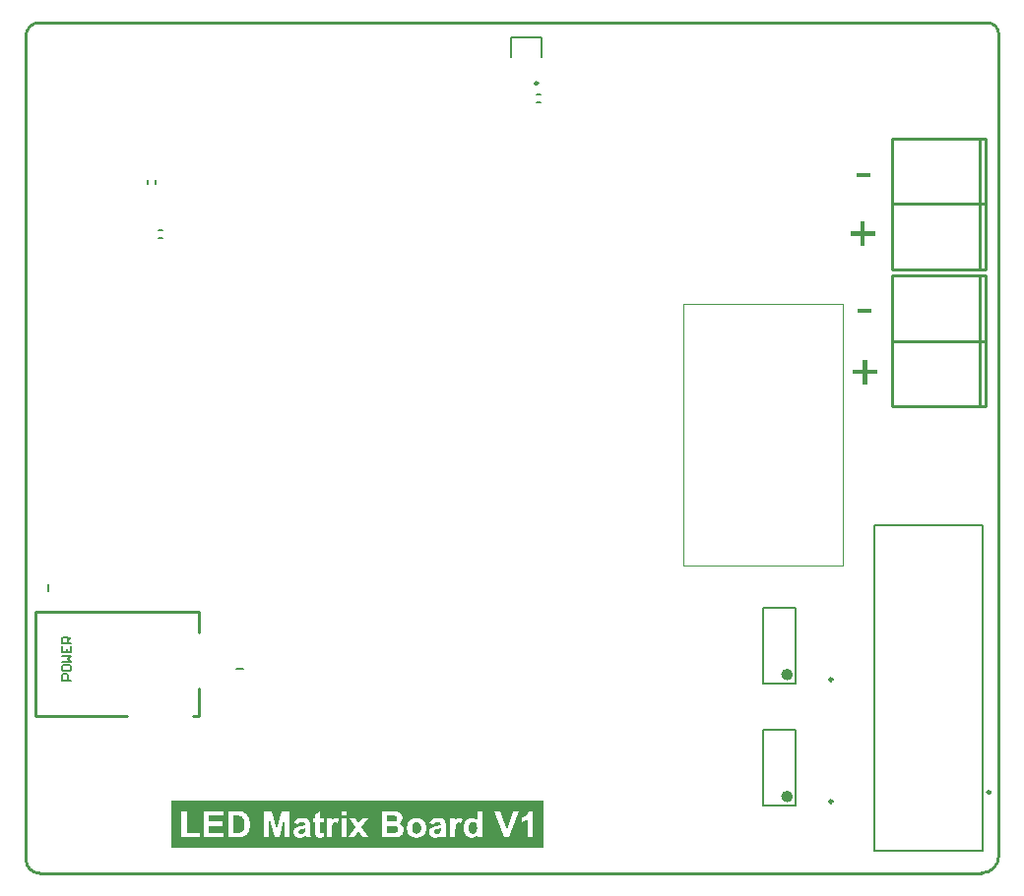
<source format=gto>
G04*
G04 #@! TF.GenerationSoftware,Altium Limited,Altium Designer,25.8.1 (18)*
G04*
G04 Layer_Color=65535*
%FSLAX24Y24*%
%MOIN*%
G70*
G04*
G04 #@! TF.SameCoordinates,E7C4B6EF-679D-40F3-B346-0123BADFF20E*
G04*
G04*
G04 #@! TF.FilePolarity,Positive*
G04*
G01*
G75*
%ADD10C,0.0197*%
%ADD11C,0.0098*%
%ADD12C,0.0079*%
%ADD13C,0.0100*%
%ADD14C,0.0059*%
%ADD15C,0.0071*%
%ADD16R,0.0069X0.0285*%
%ADD17C,0.0039*%
G36*
X15945Y-717D02*
X3346D01*
Y875D01*
X15945D01*
Y-717D01*
D02*
G37*
G36*
X27011Y22008D02*
X26535D01*
Y22164D01*
X27011D01*
Y22008D01*
D02*
G37*
G36*
X27050Y17402D02*
X26575D01*
Y17557D01*
X27050D01*
Y17402D01*
D02*
G37*
G36*
X26827Y20175D02*
X27170D01*
Y20031D01*
X26827D01*
Y19685D01*
X26681D01*
Y20031D01*
X26339D01*
Y20175D01*
X26681D01*
Y20518D01*
X26827D01*
Y20175D01*
D02*
G37*
G36*
X26906Y15490D02*
X27249D01*
Y15346D01*
X26906D01*
Y15000D01*
X26760D01*
Y15346D01*
X26417D01*
Y15490D01*
X26760D01*
Y15833D01*
X26906D01*
Y15490D01*
D02*
G37*
%LPC*%
G36*
X9271Y525D02*
X9103D01*
Y369D01*
X9271D01*
Y525D01*
D02*
G37*
G36*
X13868D02*
X13699D01*
Y207D01*
X13684Y223D01*
X13668Y237D01*
X13652Y249D01*
X13637Y259D01*
X13621Y268D01*
X13605Y275D01*
X13590Y281D01*
X13576Y285D01*
X13564Y289D01*
X13551Y292D01*
X13541Y295D01*
X13532Y296D01*
X13524Y297D01*
X13513D01*
X13491Y296D01*
X13471Y293D01*
X13452Y289D01*
X13434Y283D01*
X13417Y277D01*
X13401Y270D01*
X13386Y262D01*
X13372Y254D01*
X13361Y246D01*
X13350Y238D01*
X13341Y231D01*
X13333Y226D01*
X13327Y220D01*
X13323Y215D01*
X13320Y213D01*
X13319Y212D01*
X13305Y195D01*
X13294Y177D01*
X13284Y158D01*
X13276Y137D01*
X13268Y117D01*
X13262Y96D01*
X13253Y56D01*
X13250Y37D01*
X13248Y20D01*
X13246Y4D01*
X13245Y-10D01*
X13243Y-20D01*
Y-36D01*
X13245Y-65D01*
X13247Y-92D01*
X13250Y-119D01*
X13256Y-142D01*
X13262Y-165D01*
X13269Y-184D01*
X13276Y-204D01*
X13283Y-220D01*
X13289Y-235D01*
X13297Y-247D01*
X13303Y-259D01*
X13309Y-268D01*
X13315Y-275D01*
X13318Y-279D01*
X13320Y-283D01*
X13322Y-284D01*
X13336Y-300D01*
X13353Y-313D01*
X13367Y-325D01*
X13384Y-335D01*
X13400Y-344D01*
X13416Y-351D01*
X13431Y-356D01*
X13446Y-361D01*
X13458Y-366D01*
X13471Y-368D01*
X13482Y-370D01*
X13491Y-371D01*
X13499D01*
X13505Y-372D01*
X13510D01*
X13530Y-371D01*
X13550Y-368D01*
X13568Y-364D01*
X13584Y-359D01*
X13598Y-354D01*
X13609Y-351D01*
X13615Y-347D01*
X13618Y-346D01*
X13637Y-335D01*
X13654Y-322D01*
X13671Y-308D01*
X13684Y-294D01*
X13696Y-283D01*
X13704Y-274D01*
X13708Y-267D01*
X13711Y-266D01*
Y-358D01*
X13868D01*
Y525D01*
D02*
G37*
G36*
X13107Y297D02*
X13097D01*
X13082Y296D01*
X13068Y293D01*
X13056Y290D01*
X13045Y287D01*
X13037Y282D01*
X13030Y278D01*
X13025Y276D01*
X13024Y275D01*
X13012Y266D01*
X12999Y253D01*
X12988Y239D01*
X12976Y225D01*
X12967Y212D01*
X12959Y200D01*
X12955Y196D01*
X12954Y192D01*
X12952Y191D01*
Y282D01*
X12795D01*
Y-358D01*
X12963D01*
Y-160D01*
Y-130D01*
X12965Y-104D01*
Y-80D01*
X12966Y-58D01*
X12967Y-38D01*
X12968Y-21D01*
X12969Y-5D01*
X12970Y8D01*
X12971Y19D01*
X12973Y29D01*
X12974Y36D01*
X12975Y43D01*
X12976Y48D01*
X12977Y51D01*
Y53D01*
X12983Y72D01*
X12989Y87D01*
X12996Y98D01*
X13001Y109D01*
X13007Y115D01*
X13012Y121D01*
X13014Y124D01*
X13015Y125D01*
X13025Y132D01*
X13036Y136D01*
X13046Y141D01*
X13055Y143D01*
X13064Y144D01*
X13071Y145D01*
X13077D01*
X13091Y144D01*
X13105Y141D01*
X13118Y136D01*
X13131Y132D01*
X13141Y126D01*
X13149Y121D01*
X13154Y118D01*
X13156Y117D01*
X13209Y265D01*
X13188Y275D01*
X13169Y283D01*
X13149Y289D01*
X13132Y293D01*
X13118Y296D01*
X13107Y297D01*
D02*
G37*
G36*
X8928D02*
X8918D01*
X8903Y296D01*
X8889Y293D01*
X8878Y290D01*
X8866Y287D01*
X8858Y282D01*
X8851Y278D01*
X8847Y276D01*
X8846Y275D01*
X8833Y266D01*
X8820Y253D01*
X8809Y239D01*
X8797Y225D01*
X8788Y212D01*
X8780Y200D01*
X8777Y196D01*
X8775Y192D01*
X8773Y191D01*
Y282D01*
X8616D01*
Y-358D01*
X8785D01*
Y-160D01*
Y-130D01*
X8786Y-104D01*
Y-80D01*
X8787Y-58D01*
X8788Y-38D01*
X8789Y-21D01*
X8790Y-5D01*
X8792Y8D01*
X8793Y19D01*
X8794Y29D01*
X8795Y36D01*
X8796Y43D01*
X8797Y48D01*
X8798Y51D01*
Y53D01*
X8804Y72D01*
X8810Y87D01*
X8817Y98D01*
X8823Y109D01*
X8828Y115D01*
X8833Y121D01*
X8835Y124D01*
X8836Y125D01*
X8847Y132D01*
X8857Y136D01*
X8867Y141D01*
X8877Y143D01*
X8886Y144D01*
X8893Y145D01*
X8898D01*
X8912Y144D01*
X8926Y141D01*
X8940Y136D01*
X8952Y132D01*
X8963Y126D01*
X8971Y121D01*
X8975Y118D01*
X8978Y117D01*
X9030Y265D01*
X9010Y275D01*
X8990Y283D01*
X8971Y289D01*
X8953Y293D01*
X8940Y296D01*
X8928Y297D01*
D02*
G37*
G36*
X10010Y282D02*
X9812D01*
X9692Y105D01*
X9578Y282D01*
X9372D01*
X9593Y-29D01*
X9363Y-358D01*
X9561D01*
X9692Y-160D01*
X9821Y-358D01*
X10029D01*
X9793Y-21D01*
X10010Y282D01*
D02*
G37*
G36*
X7350Y525D02*
X7082D01*
X6924Y-77D01*
X6764Y525D01*
X6498D01*
Y-358D01*
X6663D01*
Y337D01*
X6838Y-358D01*
X7009D01*
X7183Y337D01*
X7184Y-358D01*
X7350D01*
Y525D01*
D02*
G37*
G36*
X15110D02*
X14921D01*
X14704Y-128D01*
X14481Y525D01*
X14288D01*
X14603Y-358D01*
X14793D01*
X15110Y525D01*
D02*
G37*
G36*
X15595Y530D02*
X15457D01*
X15451Y515D01*
X15444Y500D01*
X15428Y474D01*
X15411Y450D01*
X15393Y428D01*
X15376Y412D01*
X15370Y404D01*
X15363Y398D01*
X15357Y393D01*
X15354Y390D01*
X15351Y389D01*
X15350Y388D01*
X15321Y367D01*
X15295Y350D01*
X15271Y335D01*
X15250Y324D01*
X15233Y316D01*
X15225Y313D01*
X15219Y311D01*
X15215Y308D01*
X15211Y307D01*
X15209Y306D01*
X15208D01*
Y152D01*
X15252Y169D01*
X15295Y190D01*
X15313Y200D01*
X15332Y211D01*
X15349Y221D01*
X15364Y231D01*
X15378Y242D01*
X15390Y250D01*
X15401Y259D01*
X15410Y266D01*
X15417Y272D01*
X15421Y276D01*
X15425Y278D01*
X15426Y280D01*
Y-358D01*
X15595D01*
Y530D01*
D02*
G37*
G36*
X12384Y297D02*
X12342D01*
X12322Y295D01*
X12301Y292D01*
X12283Y290D01*
X12267Y287D01*
X12250Y282D01*
X12237Y278D01*
X12224Y274D01*
X12214Y269D01*
X12203Y266D01*
X12195Y261D01*
X12188Y258D01*
X12184Y256D01*
X12180Y253D01*
X12178Y251D01*
X12177D01*
X12155Y233D01*
X12137Y211D01*
X12121Y188D01*
X12109Y165D01*
X12100Y145D01*
X12097Y136D01*
X12093Y128D01*
X12091Y122D01*
X12090Y118D01*
X12089Y114D01*
Y113D01*
X12241Y86D01*
X12247Y102D01*
X12254Y114D01*
X12261Y126D01*
X12267Y134D01*
X12272Y141D01*
X12277Y145D01*
X12280Y148D01*
X12281Y149D01*
X12292Y155D01*
X12303Y159D01*
X12315Y163D01*
X12326Y165D01*
X12337Y166D01*
X12345Y167D01*
X12353D01*
X12376Y166D01*
X12395Y164D01*
X12411Y160D01*
X12423Y157D01*
X12432Y152D01*
X12439Y149D01*
X12442Y146D01*
X12443Y145D01*
X12451Y136D01*
X12458Y126D01*
X12463Y114D01*
X12465Y102D01*
X12467Y91D01*
X12469Y82D01*
Y76D01*
Y75D01*
Y74D01*
Y58D01*
X12459Y55D01*
X12448Y51D01*
X12436Y47D01*
X12424Y43D01*
X12396Y36D01*
X12369Y29D01*
X12343Y24D01*
X12332Y21D01*
X12323Y19D01*
X12315Y18D01*
X12309Y17D01*
X12304Y16D01*
X12303D01*
X12272Y10D01*
X12246Y3D01*
X12223Y-4D01*
X12203Y-10D01*
X12188Y-15D01*
X12178Y-20D01*
X12171Y-22D01*
X12169Y-23D01*
X12153Y-33D01*
X12138Y-43D01*
X12126Y-53D01*
X12116Y-64D01*
X12107Y-73D01*
X12101Y-81D01*
X12098Y-85D01*
X12097Y-88D01*
X12089Y-104D01*
X12082Y-121D01*
X12077Y-137D01*
X12075Y-152D01*
X12073Y-165D01*
X12071Y-175D01*
Y-184D01*
X12073Y-199D01*
X12074Y-213D01*
X12081Y-239D01*
X12090Y-263D01*
X12100Y-283D01*
X12110Y-298D01*
X12118Y-310D01*
X12123Y-314D01*
X12125Y-317D01*
X12126Y-318D01*
X12128Y-320D01*
X12139Y-329D01*
X12151Y-337D01*
X12176Y-351D01*
X12202Y-360D01*
X12228Y-366D01*
X12249Y-370D01*
X12260Y-371D01*
X12268D01*
X12275Y-372D01*
X12284D01*
X12304Y-371D01*
X12324Y-369D01*
X12341Y-366D01*
X12357Y-362D01*
X12370Y-359D01*
X12380Y-355D01*
X12386Y-353D01*
X12388Y-352D01*
X12407Y-343D01*
X12424Y-333D01*
X12440Y-323D01*
X12454Y-313D01*
X12465Y-304D01*
X12473Y-296D01*
X12479Y-291D01*
X12481Y-289D01*
X12484Y-293D01*
X12485Y-300D01*
X12487Y-306D01*
Y-307D01*
Y-308D01*
X12490Y-320D01*
X12494Y-330D01*
X12497Y-338D01*
X12500Y-345D01*
X12502Y-351D01*
X12503Y-354D01*
X12504Y-356D01*
Y-358D01*
X12672D01*
X12664Y-341D01*
X12657Y-325D01*
X12652Y-310D01*
X12648Y-298D01*
X12644Y-287D01*
X12642Y-279D01*
X12641Y-275D01*
Y-273D01*
X12639Y-255D01*
X12636Y-236D01*
X12635Y-215D01*
X12634Y-194D01*
X12633Y-176D01*
Y-168D01*
Y-161D01*
Y-155D01*
Y-151D01*
Y-149D01*
Y-147D01*
X12635Y50D01*
Y70D01*
X12634Y88D01*
X12633Y105D01*
X12632Y120D01*
X12629Y134D01*
X12628Y146D01*
X12626Y158D01*
X12624Y167D01*
X12621Y175D01*
X12619Y183D01*
X12618Y189D01*
X12616Y194D01*
X12613Y199D01*
X12612Y202D01*
X12602Y216D01*
X12590Y229D01*
X12578Y242D01*
X12565Y251D01*
X12552Y259D01*
X12543Y265D01*
X12536Y268D01*
X12535Y269D01*
X12534D01*
X12523Y274D01*
X12511Y278D01*
X12485Y285D01*
X12456Y290D01*
X12430Y293D01*
X12416Y295D01*
X12404Y296D01*
X12393D01*
X12384Y297D01*
D02*
G37*
G36*
X10863Y525D02*
X10475D01*
Y-358D01*
X10805D01*
X10833Y-356D01*
X10880D01*
X10899Y-355D01*
X10933D01*
X10945Y-354D01*
X10957D01*
X10966Y-353D01*
X10980D01*
X10984Y-352D01*
X10989D01*
X11014Y-347D01*
X11037Y-341D01*
X11058Y-336D01*
X11075Y-328D01*
X11089Y-322D01*
X11100Y-316D01*
X11106Y-312D01*
X11108Y-310D01*
X11125Y-297D01*
X11142Y-282D01*
X11154Y-267D01*
X11166Y-252D01*
X11174Y-239D01*
X11181Y-229D01*
X11184Y-222D01*
X11185Y-221D01*
Y-220D01*
X11194Y-198D01*
X11201Y-177D01*
X11207Y-158D01*
X11210Y-139D01*
X11213Y-124D01*
X11214Y-113D01*
Y-103D01*
X11212Y-75D01*
X11207Y-50D01*
X11200Y-27D01*
X11192Y-7D01*
X11184Y9D01*
X11177Y20D01*
X11175Y25D01*
X11173Y28D01*
X11170Y29D01*
Y31D01*
X11152Y50D01*
X11132Y67D01*
X11112Y81D01*
X11092Y91D01*
X11074Y101D01*
X11066Y104D01*
X11060Y106D01*
X11054Y109D01*
X11050Y110D01*
X11047Y111D01*
X11046D01*
X11067Y122D01*
X11084Y134D01*
X11100Y148D01*
X11113Y160D01*
X11123Y172D01*
X11131Y181D01*
X11136Y187D01*
X11137Y189D01*
X11148Y208D01*
X11156Y228D01*
X11162Y247D01*
X11166Y265D01*
X11169Y281D01*
X11170Y292D01*
Y297D01*
Y300D01*
Y301D01*
Y303D01*
X11169Y323D01*
X11166Y343D01*
X11161Y360D01*
X11156Y376D01*
X11152Y389D01*
X11147Y398D01*
X11144Y404D01*
X11143Y406D01*
X11132Y422D01*
X11121Y437D01*
X11109Y450D01*
X11099Y460D01*
X11089Y468D01*
X11082Y475D01*
X11077Y478D01*
X11075Y479D01*
X11060Y489D01*
X11044Y497D01*
X11028Y503D01*
X11014Y508D01*
X11001Y512D01*
X10992Y514D01*
X10985Y516D01*
X10983D01*
X10973Y517D01*
X10961Y520D01*
X10937Y522D01*
X10911Y523D01*
X10886Y524D01*
X10863Y525D01*
D02*
G37*
G36*
X9271Y282D02*
X9103D01*
Y-358D01*
X9271D01*
Y282D01*
D02*
G37*
G36*
X7794Y297D02*
X7753D01*
X7732Y295D01*
X7711Y292D01*
X7693Y290D01*
X7677Y287D01*
X7661Y282D01*
X7647Y278D01*
X7634Y274D01*
X7624Y269D01*
X7614Y266D01*
X7606Y261D01*
X7599Y258D01*
X7594Y256D01*
X7591Y253D01*
X7588Y251D01*
X7587D01*
X7565Y233D01*
X7547Y211D01*
X7531Y188D01*
X7520Y165D01*
X7510Y145D01*
X7507Y136D01*
X7503Y128D01*
X7501Y122D01*
X7500Y118D01*
X7499Y114D01*
Y113D01*
X7652Y86D01*
X7657Y102D01*
X7664Y114D01*
X7671Y126D01*
X7677Y134D01*
X7683Y141D01*
X7687Y145D01*
X7691Y148D01*
X7692Y149D01*
X7702Y155D01*
X7714Y159D01*
X7725Y163D01*
X7737Y165D01*
X7747Y166D01*
X7755Y167D01*
X7763D01*
X7786Y166D01*
X7805Y164D01*
X7821Y160D01*
X7833Y157D01*
X7842Y152D01*
X7849Y149D01*
X7852Y146D01*
X7854Y145D01*
X7862Y136D01*
X7869Y126D01*
X7873Y114D01*
X7875Y102D01*
X7878Y91D01*
X7879Y82D01*
Y76D01*
Y75D01*
Y74D01*
Y58D01*
X7870Y55D01*
X7858Y51D01*
X7847Y47D01*
X7834Y43D01*
X7807Y36D01*
X7779Y29D01*
X7754Y24D01*
X7742Y21D01*
X7733Y19D01*
X7725Y18D01*
X7719Y17D01*
X7715Y16D01*
X7714D01*
X7683Y10D01*
X7656Y3D01*
X7633Y-4D01*
X7614Y-10D01*
X7599Y-15D01*
X7588Y-20D01*
X7582Y-22D01*
X7579Y-23D01*
X7563Y-33D01*
X7548Y-43D01*
X7537Y-53D01*
X7526Y-64D01*
X7517Y-73D01*
X7512Y-81D01*
X7508Y-85D01*
X7507Y-88D01*
X7499Y-104D01*
X7492Y-121D01*
X7487Y-137D01*
X7485Y-152D01*
X7483Y-165D01*
X7482Y-175D01*
Y-184D01*
X7483Y-199D01*
X7484Y-213D01*
X7491Y-239D01*
X7500Y-263D01*
X7510Y-283D01*
X7521Y-298D01*
X7529Y-310D01*
X7533Y-314D01*
X7536Y-317D01*
X7537Y-318D01*
X7538Y-320D01*
X7549Y-329D01*
X7561Y-337D01*
X7586Y-351D01*
X7613Y-360D01*
X7638Y-366D01*
X7660Y-370D01*
X7670Y-371D01*
X7678D01*
X7685Y-372D01*
X7694D01*
X7715Y-371D01*
X7734Y-369D01*
X7751Y-366D01*
X7768Y-362D01*
X7780Y-359D01*
X7790Y-355D01*
X7796Y-353D01*
X7799Y-352D01*
X7817Y-343D01*
X7834Y-333D01*
X7850Y-323D01*
X7864Y-313D01*
X7875Y-304D01*
X7883Y-296D01*
X7889Y-291D01*
X7892Y-289D01*
X7894Y-293D01*
X7895Y-300D01*
X7897Y-306D01*
Y-307D01*
Y-308D01*
X7901Y-320D01*
X7904Y-330D01*
X7908Y-338D01*
X7910Y-345D01*
X7912Y-351D01*
X7913Y-354D01*
X7914Y-356D01*
Y-358D01*
X8082D01*
X8074Y-341D01*
X8067Y-325D01*
X8063Y-310D01*
X8058Y-298D01*
X8055Y-287D01*
X8052Y-279D01*
X8051Y-275D01*
Y-273D01*
X8049Y-255D01*
X8047Y-236D01*
X8045Y-215D01*
X8044Y-194D01*
X8043Y-176D01*
Y-168D01*
Y-161D01*
Y-155D01*
Y-151D01*
Y-149D01*
Y-147D01*
X8045Y50D01*
Y70D01*
X8044Y88D01*
X8043Y105D01*
X8042Y120D01*
X8040Y134D01*
X8038Y146D01*
X8036Y158D01*
X8034Y167D01*
X8032Y175D01*
X8029Y183D01*
X8028Y189D01*
X8026Y194D01*
X8024Y199D01*
X8022Y202D01*
X8012Y216D01*
X8001Y229D01*
X7988Y242D01*
X7975Y251D01*
X7963Y259D01*
X7954Y265D01*
X7947Y268D01*
X7945Y269D01*
X7944D01*
X7933Y274D01*
X7921Y278D01*
X7895Y285D01*
X7866Y290D01*
X7840Y293D01*
X7826Y295D01*
X7815Y296D01*
X7803D01*
X7794Y297D01*
D02*
G37*
G36*
X5620Y525D02*
X5267D01*
Y-358D01*
X5602D01*
X5638Y-356D01*
X5669Y-354D01*
X5695Y-352D01*
X5707Y-349D01*
X5718Y-348D01*
X5728Y-346D01*
X5736Y-345D01*
X5744Y-344D01*
X5749Y-341D01*
X5754Y-340D01*
X5757D01*
X5759Y-339D01*
X5760D01*
X5788Y-329D01*
X5813Y-317D01*
X5834Y-306D01*
X5852Y-294D01*
X5866Y-284D01*
X5877Y-276D01*
X5883Y-271D01*
X5885Y-269D01*
X5907Y-245D01*
X5926Y-220D01*
X5942Y-193D01*
X5956Y-168D01*
X5966Y-146D01*
X5971Y-137D01*
X5974Y-129D01*
X5977Y-122D01*
X5979Y-118D01*
X5980Y-114D01*
Y-113D01*
X5989Y-82D01*
X5996Y-50D01*
X6001Y-19D01*
X6004Y11D01*
X6005Y25D01*
X6007Y36D01*
Y48D01*
X6008Y57D01*
Y75D01*
X6007Y120D01*
X6005Y141D01*
X6003Y160D01*
X6001Y179D01*
X5998Y196D01*
X5995Y212D01*
X5993Y226D01*
X5990Y238D01*
X5987Y250D01*
X5985Y260D01*
X5982Y268D01*
X5980Y275D01*
X5979Y280D01*
X5978Y282D01*
Y283D01*
X5966Y314D01*
X5953Y342D01*
X5939Y366D01*
X5925Y386D01*
X5914Y404D01*
X5908Y411D01*
X5903Y416D01*
X5900Y421D01*
X5896Y424D01*
X5895Y425D01*
X5894Y427D01*
X5872Y447D01*
X5850Y464D01*
X5827Y478D01*
X5807Y490D01*
X5788Y498D01*
X5780Y501D01*
X5773Y503D01*
X5769Y506D01*
X5764Y507D01*
X5762Y508D01*
X5761D01*
X5749Y512D01*
X5737Y514D01*
X5710Y518D01*
X5682Y521D01*
X5654Y523D01*
X5641Y524D01*
X5630D01*
X5620Y525D01*
D02*
G37*
G36*
X5100D02*
X4446D01*
Y-358D01*
X5117D01*
Y-208D01*
X4624D01*
Y32D01*
X5066D01*
Y181D01*
X4624D01*
Y376D01*
X5100D01*
Y525D01*
D02*
G37*
G36*
X3875Y518D02*
X3697D01*
Y-358D01*
X4318D01*
Y-208D01*
X3875D01*
Y518D01*
D02*
G37*
G36*
X11659Y297D02*
X11652D01*
X11618Y295D01*
X11587Y290D01*
X11558Y283D01*
X11533Y276D01*
X11522Y272D01*
X11512Y268D01*
X11503Y265D01*
X11496Y261D01*
X11491Y258D01*
X11486Y257D01*
X11484Y254D01*
X11482D01*
X11456Y237D01*
X11432Y218D01*
X11412Y198D01*
X11395Y179D01*
X11383Y161D01*
X11377Y153D01*
X11373Y146D01*
X11370Y142D01*
X11368Y137D01*
X11365Y135D01*
Y134D01*
X11352Y104D01*
X11341Y75D01*
X11334Y48D01*
X11330Y22D01*
X11327Y12D01*
X11326Y2D01*
X11325Y-7D01*
Y-14D01*
X11324Y-21D01*
Y-29D01*
X11326Y-69D01*
X11331Y-105D01*
X11333Y-121D01*
X11337Y-137D01*
X11341Y-151D01*
X11345Y-163D01*
X11348Y-176D01*
X11353Y-186D01*
X11356Y-194D01*
X11358Y-203D01*
X11362Y-208D01*
X11363Y-213D01*
X11365Y-215D01*
Y-216D01*
X11383Y-244D01*
X11402Y-267D01*
X11422Y-287D01*
X11441Y-304D01*
X11458Y-316D01*
X11466Y-322D01*
X11473Y-325D01*
X11478Y-329D01*
X11482Y-331D01*
X11485Y-333D01*
X11486D01*
X11516Y-346D01*
X11547Y-356D01*
X11574Y-363D01*
X11601Y-368D01*
X11612Y-369D01*
X11623Y-370D01*
X11632Y-371D01*
X11640D01*
X11645Y-372D01*
X11655D01*
X11681Y-371D01*
X11705Y-368D01*
X11729Y-363D01*
X11751Y-358D01*
X11772Y-351D01*
X11791Y-343D01*
X11809Y-333D01*
X11826Y-324D01*
X11839Y-316D01*
X11853Y-307D01*
X11864Y-299D01*
X11873Y-292D01*
X11881Y-286D01*
X11885Y-282D01*
X11889Y-278D01*
X11890Y-277D01*
X11906Y-259D01*
X11921Y-239D01*
X11934Y-220D01*
X11944Y-199D01*
X11953Y-178D01*
X11961Y-159D01*
X11967Y-139D01*
X11973Y-121D01*
X11976Y-104D01*
X11980Y-88D01*
X11982Y-73D01*
X11983Y-60D01*
Y-50D01*
X11984Y-43D01*
Y-36D01*
X11983Y-10D01*
X11981Y16D01*
X11976Y40D01*
X11969Y62D01*
X11962Y82D01*
X11954Y102D01*
X11946Y120D01*
X11938Y136D01*
X11929Y151D01*
X11921Y164D01*
X11913Y175D01*
X11906Y184D01*
X11900Y192D01*
X11896Y197D01*
X11892Y200D01*
X11891Y202D01*
X11873Y219D01*
X11854Y233D01*
X11835Y246D01*
X11814Y257D01*
X11795Y266D01*
X11775Y274D01*
X11756Y280D01*
X11737Y285D01*
X11719Y289D01*
X11703Y292D01*
X11689Y293D01*
X11676Y296D01*
X11666D01*
X11659Y297D01*
D02*
G37*
G36*
X8389Y509D02*
X8220Y409D01*
Y282D01*
X8142D01*
Y148D01*
X8220D01*
Y-132D01*
Y-149D01*
Y-163D01*
Y-177D01*
X8221Y-189D01*
Y-200D01*
Y-209D01*
X8222Y-225D01*
X8223Y-238D01*
Y-246D01*
X8224Y-251D01*
Y-252D01*
X8228Y-267D01*
X8231Y-279D01*
X8235Y-291D01*
X8239Y-300D01*
X8243Y-308D01*
X8246Y-314D01*
X8247Y-317D01*
X8249Y-318D01*
X8255Y-327D01*
X8265Y-335D01*
X8282Y-347D01*
X8290Y-352D01*
X8297Y-355D01*
X8301Y-356D01*
X8303Y-358D01*
X8316Y-362D01*
X8331Y-366D01*
X8345Y-369D01*
X8358Y-370D01*
X8368Y-371D01*
X8376Y-372D01*
X8384D01*
X8412Y-371D01*
X8437Y-369D01*
X8460Y-364D01*
X8479Y-360D01*
X8495Y-356D01*
X8508Y-352D01*
X8513Y-351D01*
X8516Y-349D01*
X8517Y-348D01*
X8518D01*
X8503Y-216D01*
X8487Y-222D01*
X8474Y-225D01*
X8462Y-229D01*
X8453Y-230D01*
X8445Y-231D01*
X8440Y-232D01*
X8436D01*
X8424Y-231D01*
X8414Y-228D01*
X8408Y-225D01*
X8407Y-224D01*
X8406D01*
X8399Y-217D01*
X8394Y-211D01*
X8392Y-206D01*
X8391Y-204D01*
Y-200D01*
X8390Y-196D01*
Y-183D01*
Y-168D01*
X8389Y-152D01*
Y-137D01*
Y-124D01*
Y-119D01*
Y-115D01*
Y-113D01*
Y-112D01*
Y148D01*
X8505D01*
Y282D01*
X8389D01*
Y509D01*
D02*
G37*
%LPD*%
G36*
X13580Y165D02*
X13601Y159D01*
X13618Y151D01*
X13633Y143D01*
X13644Y134D01*
X13653Y126D01*
X13658Y120D01*
X13660Y119D01*
Y118D01*
X13667Y109D01*
X13674Y97D01*
X13683Y73D01*
X13690Y47D01*
X13696Y20D01*
X13698Y-3D01*
X13699Y-13D01*
Y-22D01*
X13700Y-30D01*
Y-36D01*
Y-39D01*
Y-41D01*
Y-59D01*
X13698Y-76D01*
X13697Y-91D01*
X13694Y-106D01*
X13691Y-120D01*
X13688Y-131D01*
X13683Y-143D01*
X13680Y-153D01*
X13676Y-161D01*
X13672Y-169D01*
X13668Y-175D01*
X13666Y-181D01*
X13663Y-184D01*
X13661Y-188D01*
X13659Y-189D01*
Y-190D01*
X13651Y-199D01*
X13643Y-206D01*
X13626Y-219D01*
X13610Y-227D01*
X13594Y-234D01*
X13580Y-237D01*
X13570Y-238D01*
X13565Y-239D01*
X13559D01*
X13545Y-238D01*
X13533Y-237D01*
X13521Y-234D01*
X13510Y-229D01*
X13490Y-219D01*
X13474Y-206D01*
X13462Y-194D01*
X13452Y-184D01*
X13449Y-180D01*
X13447Y-176D01*
X13444Y-175D01*
Y-174D01*
X13440Y-165D01*
X13435Y-154D01*
X13428Y-131D01*
X13424Y-106D01*
X13420Y-82D01*
X13418Y-60D01*
Y-50D01*
X13417Y-42D01*
Y-35D01*
Y-29D01*
Y-26D01*
Y-25D01*
X13419Y9D01*
X13424Y39D01*
X13429Y63D01*
X13438Y83D01*
X13444Y98D01*
X13451Y110D01*
X13456Y117D01*
X13457Y119D01*
X13473Y135D01*
X13490Y146D01*
X13506Y156D01*
X13522Y161D01*
X13536Y165D01*
X13548Y166D01*
X13552Y167D01*
X13570D01*
X13580Y165D01*
D02*
G37*
G36*
X12469Y-87D02*
Y-107D01*
X12467Y-124D01*
X12466Y-138D01*
X12465Y-150D01*
X12464Y-158D01*
X12463Y-163D01*
X12462Y-167D01*
Y-168D01*
X12457Y-180D01*
X12451Y-191D01*
X12444Y-200D01*
X12438Y-208D01*
X12432Y-214D01*
X12426Y-220D01*
X12423Y-222D01*
X12422Y-223D01*
X12405Y-234D01*
X12389Y-240D01*
X12374Y-246D01*
X12362Y-250D01*
X12350Y-252D01*
X12341Y-253D01*
X12333D01*
X12318Y-252D01*
X12306Y-250D01*
X12294Y-245D01*
X12285Y-240D01*
X12277Y-236D01*
X12271Y-231D01*
X12268Y-229D01*
X12267Y-228D01*
X12257Y-217D01*
X12252Y-207D01*
X12247Y-198D01*
X12244Y-188D01*
X12241Y-180D01*
X12240Y-173D01*
Y-168D01*
Y-167D01*
X12241Y-154D01*
X12245Y-143D01*
X12250Y-132D01*
X12256Y-123D01*
X12262Y-116D01*
X12268Y-112D01*
X12271Y-108D01*
X12272Y-107D01*
X12283Y-102D01*
X12296Y-97D01*
X12311Y-92D01*
X12326Y-88D01*
X12341Y-84D01*
X12353Y-81D01*
X12357Y-80D01*
X12361D01*
X12363Y-79D01*
X12364D01*
X12389Y-73D01*
X12410Y-68D01*
X12428Y-64D01*
X12443Y-60D01*
X12455Y-57D01*
X12463Y-54D01*
X12467Y-52D01*
X12469D01*
Y-87D01*
D02*
G37*
G36*
X10845Y377D02*
X10877D01*
X10886Y376D01*
X10900D01*
X10905Y375D01*
X10906D01*
X10922Y371D01*
X10936Y368D01*
X10948Y362D01*
X10957Y358D01*
X10965Y352D01*
X10969Y349D01*
X10973Y345D01*
X10974Y344D01*
X10982Y334D01*
X10988Y323D01*
X10991Y312D01*
X10995Y301D01*
X10996Y292D01*
X10997Y284D01*
Y280D01*
Y277D01*
X10996Y262D01*
X10992Y249D01*
X10989Y237D01*
X10984Y227D01*
X10978Y219D01*
X10975Y213D01*
X10972Y210D01*
X10970Y208D01*
X10960Y199D01*
X10948Y192D01*
X10936Y187D01*
X10925Y182D01*
X10914Y180D01*
X10906Y177D01*
X10900Y176D01*
X10892D01*
X10886Y175D01*
X10846D01*
X10824Y174D01*
X10652D01*
Y378D01*
X10832D01*
X10845Y377D01*
D02*
G37*
G36*
X10856Y26D02*
X10872Y25D01*
X10887Y24D01*
X10899D01*
X10911Y22D01*
X10921Y21D01*
X10929Y20D01*
X10936Y19D01*
X10942Y18D01*
X10946Y17D01*
X10952Y16D01*
X10954Y14D01*
X10967Y9D01*
X10978Y3D01*
X10989Y-4D01*
X10997Y-11D01*
X11003Y-17D01*
X11007Y-22D01*
X11009Y-26D01*
X11011Y-27D01*
X11018Y-37D01*
X11022Y-49D01*
X11026Y-60D01*
X11028Y-71D01*
X11029Y-80D01*
X11030Y-87D01*
Y-91D01*
Y-93D01*
X11029Y-111D01*
X11027Y-126D01*
X11022Y-138D01*
X11018Y-149D01*
X11013Y-158D01*
X11008Y-163D01*
X11006Y-168D01*
X11005Y-169D01*
X10995Y-178D01*
X10984Y-186D01*
X10973Y-192D01*
X10962Y-197D01*
X10953Y-200D01*
X10946Y-203D01*
X10942Y-204D01*
X10939D01*
X10934Y-205D01*
X10927D01*
X10919Y-206D01*
X10910D01*
X10890Y-207D01*
X10869D01*
X10850Y-208D01*
X10652D01*
Y27D01*
X10837D01*
X10856Y26D01*
D02*
G37*
G36*
X7879Y-87D02*
Y-107D01*
X7878Y-124D01*
X7877Y-138D01*
X7875Y-150D01*
X7874Y-158D01*
X7873Y-163D01*
X7872Y-167D01*
Y-168D01*
X7867Y-180D01*
X7862Y-191D01*
X7855Y-200D01*
X7848Y-208D01*
X7842Y-214D01*
X7836Y-220D01*
X7833Y-222D01*
X7832Y-223D01*
X7816Y-234D01*
X7800Y-240D01*
X7785Y-246D01*
X7772Y-250D01*
X7761Y-252D01*
X7751Y-253D01*
X7743D01*
X7729Y-252D01*
X7716Y-250D01*
X7704Y-245D01*
X7695Y-240D01*
X7687Y-236D01*
X7681Y-231D01*
X7678Y-229D01*
X7677Y-228D01*
X7668Y-217D01*
X7662Y-207D01*
X7657Y-198D01*
X7654Y-188D01*
X7652Y-180D01*
X7650Y-173D01*
Y-168D01*
Y-167D01*
X7652Y-154D01*
X7655Y-143D01*
X7661Y-132D01*
X7667Y-123D01*
X7672Y-116D01*
X7678Y-112D01*
X7681Y-108D01*
X7683Y-107D01*
X7693Y-102D01*
X7707Y-97D01*
X7722Y-92D01*
X7737Y-88D01*
X7751Y-84D01*
X7763Y-81D01*
X7768Y-80D01*
X7771D01*
X7773Y-79D01*
X7774D01*
X7800Y-73D01*
X7820Y-68D01*
X7839Y-64D01*
X7854Y-60D01*
X7865Y-57D01*
X7873Y-54D01*
X7878Y-52D01*
X7879D01*
Y-87D01*
D02*
G37*
G36*
X5579Y375D02*
X5594D01*
X5608Y374D01*
X5620D01*
X5630Y373D01*
X5639Y371D01*
X5647Y370D01*
X5654D01*
X5660Y369D01*
X5664Y368D01*
X5669Y367D01*
X5671D01*
X5690Y362D01*
X5706Y357D01*
X5720Y350D01*
X5732Y343D01*
X5741Y336D01*
X5748Y330D01*
X5753Y327D01*
X5754Y326D01*
X5765Y313D01*
X5776Y299D01*
X5785Y284D01*
X5792Y270D01*
X5798Y259D01*
X5802Y249D01*
X5804Y242D01*
X5806Y241D01*
Y239D01*
X5811Y218D01*
X5816Y192D01*
X5819Y166D01*
X5822Y141D01*
X5823Y119D01*
X5824Y109D01*
Y101D01*
Y94D01*
Y88D01*
Y84D01*
Y83D01*
X5823Y47D01*
X5822Y14D01*
X5818Y-13D01*
X5817Y-25D01*
X5815Y-36D01*
X5814Y-45D01*
X5811Y-54D01*
X5810Y-61D01*
X5809Y-67D01*
X5808Y-73D01*
X5807Y-76D01*
X5806Y-77D01*
Y-79D01*
X5799Y-99D01*
X5791Y-118D01*
X5783Y-132D01*
X5776Y-144D01*
X5769Y-153D01*
X5763Y-160D01*
X5760Y-163D01*
X5759Y-165D01*
X5747Y-174D01*
X5736Y-181D01*
X5723Y-186D01*
X5711Y-192D01*
X5701Y-196D01*
X5693Y-198D01*
X5689Y-200D01*
X5686D01*
X5672Y-203D01*
X5655Y-205D01*
X5638Y-206D01*
X5620Y-207D01*
X5604Y-208D01*
X5445D01*
Y376D01*
X5563D01*
X5579Y375D01*
D02*
G37*
G36*
X11678Y157D02*
X11698Y151D01*
X11717Y143D01*
X11733Y134D01*
X11747Y124D01*
X11756Y115D01*
X11761Y110D01*
X11764Y109D01*
Y107D01*
X11779Y87D01*
X11790Y64D01*
X11798Y40D01*
X11804Y17D01*
X11807Y-5D01*
X11809Y-14D01*
Y-21D01*
X11810Y-28D01*
Y-33D01*
Y-36D01*
Y-37D01*
X11807Y-72D01*
X11803Y-100D01*
X11795Y-126D01*
X11787Y-146D01*
X11779Y-163D01*
X11774Y-169D01*
X11771Y-175D01*
X11768Y-178D01*
X11766Y-182D01*
X11764Y-183D01*
Y-184D01*
X11756Y-193D01*
X11747Y-200D01*
X11728Y-213D01*
X11710Y-222D01*
X11691Y-228D01*
X11676Y-232D01*
X11665Y-234D01*
X11660Y-235D01*
X11654D01*
X11641Y-234D01*
X11629Y-232D01*
X11608Y-227D01*
X11589Y-219D01*
X11573Y-209D01*
X11559Y-200D01*
X11550Y-192D01*
X11544Y-186D01*
X11542Y-184D01*
X11527Y-163D01*
X11516Y-141D01*
X11509Y-115D01*
X11503Y-92D01*
X11500Y-72D01*
X11499Y-62D01*
Y-54D01*
X11497Y-48D01*
Y-43D01*
Y-39D01*
Y-38D01*
X11500Y-5D01*
X11504Y25D01*
X11511Y50D01*
X11520Y71D01*
X11528Y87D01*
X11532Y93D01*
X11535Y98D01*
X11538Y102D01*
X11540Y105D01*
X11542Y107D01*
X11551Y117D01*
X11559Y125D01*
X11579Y137D01*
X11597Y146D01*
X11614Y152D01*
X11631Y157D01*
X11642Y158D01*
X11647Y159D01*
X11666D01*
X11678Y157D01*
D02*
G37*
D10*
X24290Y5157D02*
G03*
X24290Y5157I-98J0D01*
G01*
Y1024D02*
G03*
X24290Y1024I-98J0D01*
G01*
D11*
X25730Y4990D02*
G03*
X25730Y4990I-49J0D01*
G01*
X31073Y1161D02*
G03*
X31073Y1161I-49J0D01*
G01*
X25730Y856D02*
G03*
X25730Y856I-49J0D01*
G01*
X15758Y25197D02*
G03*
X15758Y25197I-49J0D01*
G01*
D12*
X23387Y4862D02*
X24487D01*
X23387D02*
Y7421D01*
X24487D01*
Y4862D02*
Y7421D01*
X27157Y-827D02*
Y10205D01*
X30819D01*
Y-827D02*
Y10205D01*
X27157Y-827D02*
X30819D01*
X23387Y728D02*
X24487D01*
X23387D02*
Y3287D01*
X24487D01*
Y728D02*
Y3287D01*
X5541Y5368D02*
X5797D01*
X15876Y26100D02*
Y26752D01*
X14833D02*
X15876D01*
X14833Y26100D02*
Y26752D01*
D13*
X30709Y23317D02*
X30906D01*
X30709Y21102D02*
X30906D01*
X30709Y18898D02*
X30906D01*
X27756D02*
Y23317D01*
X30709Y18898D02*
Y23307D01*
X27756Y18898D02*
X30709D01*
X30906D02*
Y23307D01*
X27756Y21102D02*
X30709D01*
X27756Y23317D02*
X30709D01*
X27756Y18671D02*
X30709D01*
X27756Y16457D02*
X30709D01*
X30906Y14252D02*
Y18661D01*
X27756Y14252D02*
X30709D01*
Y18661D01*
X27756Y14252D02*
Y18671D01*
X30709Y14252D02*
X30906D01*
X30709Y16457D02*
X30906D01*
X30709Y18671D02*
X30906D01*
X-1260Y3740D02*
Y7283D01*
Y3740D02*
X1850D01*
X-1260Y7283D02*
X4291D01*
Y3740D02*
Y4685D01*
X4094Y3740D02*
X4291D01*
Y6575D02*
Y7283D01*
X30787Y-1571D02*
G03*
X31359Y-999I0J572D01*
G01*
X31359Y26866D02*
G03*
X30975Y27250I-384J0D01*
G01*
X-1112Y27254D02*
G03*
X-1575Y26791I0J-463D01*
G01*
X-1575Y-1112D02*
G03*
X-1112Y-1575I463J0D01*
G01*
X31359Y-999D02*
X31359Y26866D01*
X30906Y27254D02*
X30975Y27250D01*
X-1112Y27254D02*
X30906Y27254D01*
X-1113Y-1575D02*
X30787Y-1575D01*
X-1575Y26791D02*
X-1575Y-1112D01*
D14*
X2919Y20207D02*
X3038D01*
X2919Y19951D02*
X3038D01*
X2800Y21795D02*
Y21913D01*
X2545Y21795D02*
Y21913D01*
X15728Y24813D02*
X15846D01*
X15728Y24557D02*
X15846D01*
D15*
X-39Y4961D02*
X-354D01*
Y5118D01*
X-302Y5171D01*
X-197D01*
X-144Y5118D01*
Y4961D01*
X-354Y5433D02*
Y5328D01*
X-302Y5275D01*
X-92D01*
X-39Y5328D01*
Y5433D01*
X-92Y5485D01*
X-302D01*
X-354Y5433D01*
Y5590D02*
X-39D01*
X-144Y5695D01*
X-39Y5800D01*
X-354D01*
Y6115D02*
Y5905D01*
X-39D01*
Y6115D01*
X-197Y5905D02*
Y6010D01*
X-39Y6220D02*
X-354D01*
Y6378D01*
X-302Y6430D01*
X-197D01*
X-144Y6378D01*
Y6220D01*
Y6325D02*
X-39Y6430D01*
D16*
X-832Y8076D02*
D03*
D17*
X20669Y8858D02*
X26083D01*
X20669D02*
Y17717D01*
X26083Y8858D02*
Y17717D01*
X20669D02*
X26083D01*
M02*

</source>
